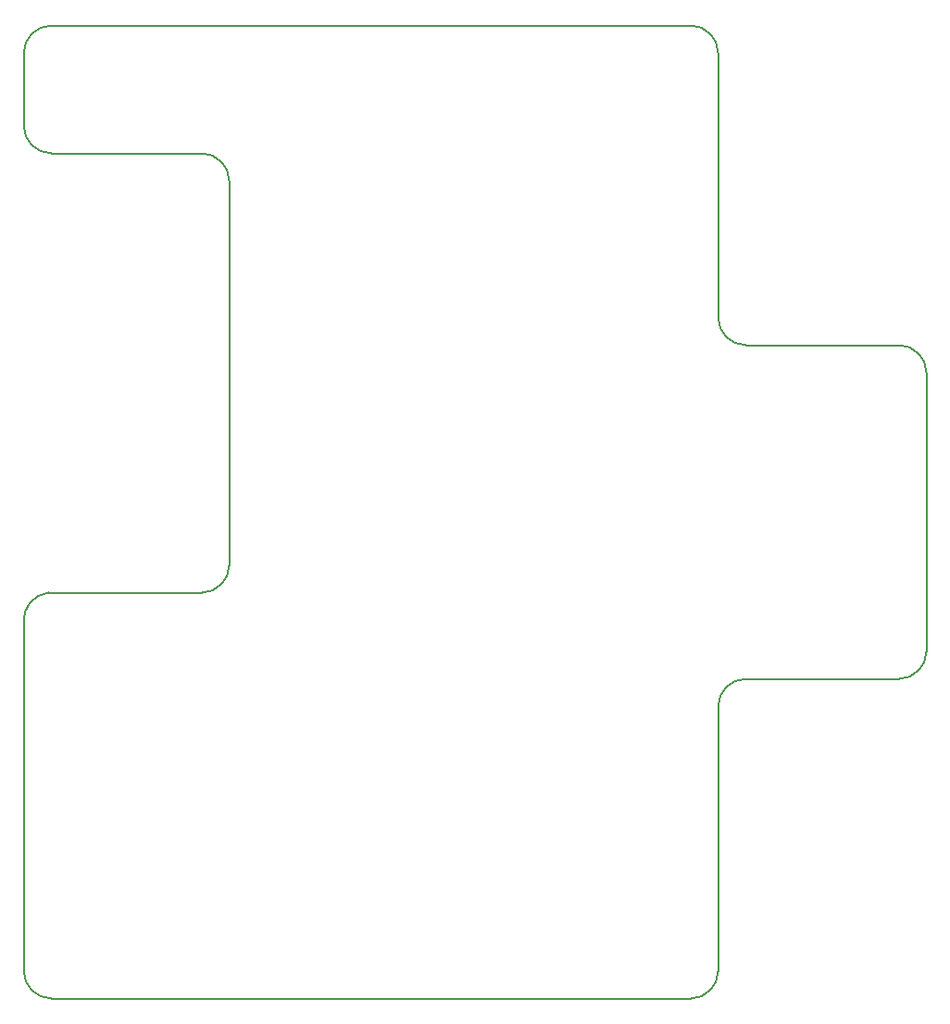
<source format=gbr>
G04 (created by PCBNEW (2013-jul-07)-stable) date Thu 17 Jan 2019 04:45:59 PM PST*
%MOIN*%
G04 Gerber Fmt 3.4, Leading zero omitted, Abs format*
%FSLAX34Y34*%
G01*
G70*
G90*
G04 APERTURE LIST*
%ADD10C,0.00590551*%
%ADD11C,0.00787402*%
G04 APERTURE END LIST*
G54D10*
G54D11*
X61500Y-53500D02*
X56000Y-53500D01*
X62500Y-42500D02*
X62500Y-52500D01*
X56000Y-41500D02*
X61500Y-41500D01*
X61500Y-53500D02*
G75*
G03X62500Y-52500I0J1000D01*
G74*
G01*
X62500Y-42500D02*
G75*
G03X61500Y-41500I-1000J0D01*
G74*
G01*
X55000Y-54500D02*
X55000Y-64000D01*
X55000Y-31000D02*
X55000Y-40500D01*
X56000Y-53500D02*
G75*
G03X55000Y-54500I0J-1000D01*
G74*
G01*
X55000Y-40500D02*
G75*
G03X56000Y-41500I1000J0D01*
G74*
G01*
X36400Y-50400D02*
X30900Y-50400D01*
X37400Y-35600D02*
X37400Y-49400D01*
X31000Y-34600D02*
X36400Y-34600D01*
X30000Y-51500D02*
X30000Y-64000D01*
X54000Y-65000D02*
X31000Y-65000D01*
X31000Y-30000D02*
X54000Y-30000D01*
X30000Y-31000D02*
X30000Y-33600D01*
X36400Y-50400D02*
G75*
G03X37400Y-49400I0J1000D01*
G74*
G01*
X37400Y-35600D02*
G75*
G03X36400Y-34600I-1000J0D01*
G74*
G01*
X30000Y-33600D02*
G75*
G03X31000Y-34600I1000J0D01*
G74*
G01*
X30900Y-50399D02*
G75*
G03X29999Y-51499I99J-1000D01*
G74*
G01*
X30000Y-64000D02*
G75*
G03X31000Y-65000I1000J0D01*
G74*
G01*
X54000Y-65000D02*
G75*
G03X55000Y-64000I0J1000D01*
G74*
G01*
X55000Y-31000D02*
G75*
G03X54000Y-30000I-1000J0D01*
G74*
G01*
X31000Y-30000D02*
G75*
G03X30000Y-31000I0J-1000D01*
G74*
G01*
M02*

</source>
